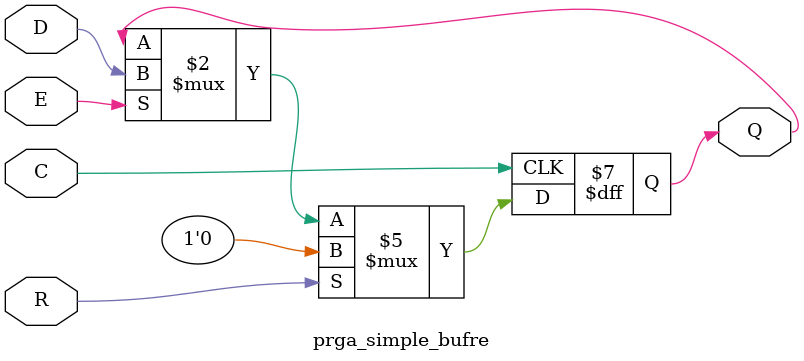
<source format=v>
`timescale 1ns/1ps
module prga_simple_bufre (
    input wire [0:0] C,
    input wire [0:0] R,
    input wire [0:0] E,
    input wire [0:0] D,
    output reg [0:0] Q
    );

    always @(posedge C) begin
        if (R) begin
            Q <= 1'b0;
        end else if (E) begin
            Q <= D;
        end
    end

endmodule


</source>
